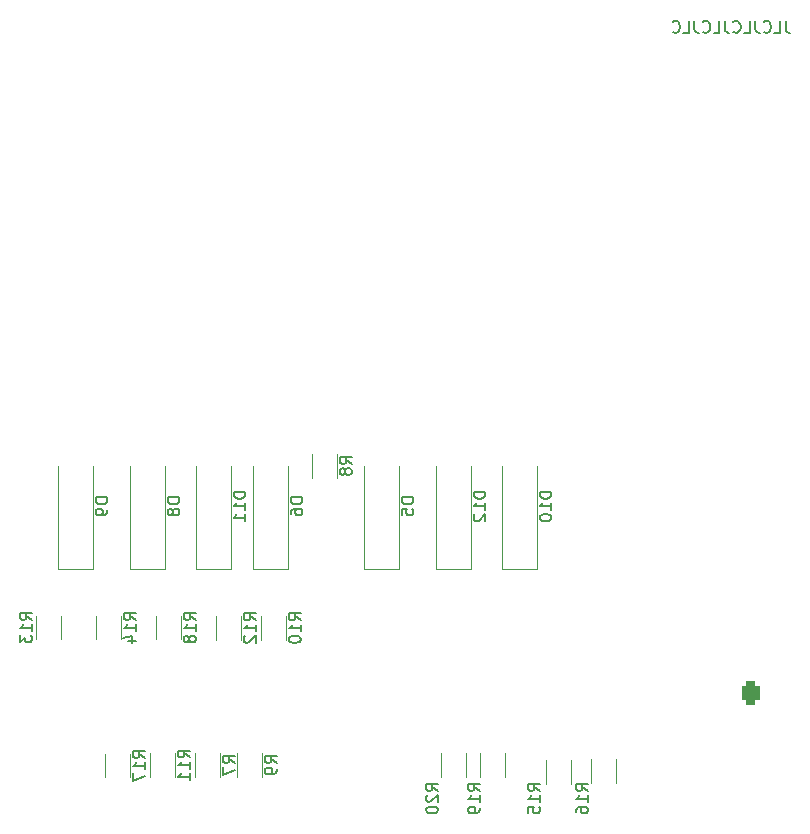
<source format=gbr>
%TF.GenerationSoftware,KiCad,Pcbnew,(6.0.4)*%
%TF.CreationDate,2022-04-21T00:14:10+02:00*%
%TF.ProjectId,BoostController,426f6f73-7443-46f6-9e74-726f6c6c6572,rev?*%
%TF.SameCoordinates,Original*%
%TF.FileFunction,Legend,Bot*%
%TF.FilePolarity,Positive*%
%FSLAX46Y46*%
G04 Gerber Fmt 4.6, Leading zero omitted, Abs format (unit mm)*
G04 Created by KiCad (PCBNEW (6.0.4)) date 2022-04-21 00:14:10*
%MOMM*%
%LPD*%
G01*
G04 APERTURE LIST*
G04 Aperture macros list*
%AMRoundRect*
0 Rectangle with rounded corners*
0 $1 Rounding radius*
0 $2 $3 $4 $5 $6 $7 $8 $9 X,Y pos of 4 corners*
0 Add a 4 corners polygon primitive as box body*
4,1,4,$2,$3,$4,$5,$6,$7,$8,$9,$2,$3,0*
0 Add four circle primitives for the rounded corners*
1,1,$1+$1,$2,$3*
1,1,$1+$1,$4,$5*
1,1,$1+$1,$6,$7*
1,1,$1+$1,$8,$9*
0 Add four rect primitives between the rounded corners*
20,1,$1+$1,$2,$3,$4,$5,0*
20,1,$1+$1,$4,$5,$6,$7,0*
20,1,$1+$1,$6,$7,$8,$9,0*
20,1,$1+$1,$8,$9,$2,$3,0*%
G04 Aperture macros list end*
%ADD10C,0.150000*%
%ADD11C,0.120000*%
%ADD12R,1.700000X1.700000*%
%ADD13C,1.700000*%
%ADD14R,1.750000X1.750000*%
%ADD15C,1.750000*%
%ADD16R,2.400000X2.400000*%
%ADD17O,2.400000X2.400000*%
%ADD18C,1.524000*%
%ADD19R,1.800000X1.800000*%
%ADD20O,1.800000X1.800000*%
%ADD21R,2.200000X2.200000*%
%ADD22O,2.200000X2.200000*%
%ADD23RoundRect,0.381000X0.381000X0.619000X-0.381000X0.619000X-0.381000X-0.619000X0.381000X-0.619000X0*%
%ADD24O,1.524000X2.000000*%
%ADD25O,1.700000X1.700000*%
%ADD26R,2.700000X3.500000*%
%ADD27R,1.700000X2.000000*%
G04 APERTURE END LIST*
D10*
X137080095Y-46950380D02*
X137080095Y-47664666D01*
X137127714Y-47807523D01*
X137222952Y-47902761D01*
X137365809Y-47950380D01*
X137461047Y-47950380D01*
X136127714Y-47950380D02*
X136603904Y-47950380D01*
X136603904Y-46950380D01*
X135222952Y-47855142D02*
X135270571Y-47902761D01*
X135413428Y-47950380D01*
X135508666Y-47950380D01*
X135651523Y-47902761D01*
X135746761Y-47807523D01*
X135794380Y-47712285D01*
X135842000Y-47521809D01*
X135842000Y-47378952D01*
X135794380Y-47188476D01*
X135746761Y-47093238D01*
X135651523Y-46998000D01*
X135508666Y-46950380D01*
X135413428Y-46950380D01*
X135270571Y-46998000D01*
X135222952Y-47045619D01*
X134508666Y-46950380D02*
X134508666Y-47664666D01*
X134556285Y-47807523D01*
X134651523Y-47902761D01*
X134794380Y-47950380D01*
X134889619Y-47950380D01*
X133556285Y-47950380D02*
X134032476Y-47950380D01*
X134032476Y-46950380D01*
X132651523Y-47855142D02*
X132699142Y-47902761D01*
X132842000Y-47950380D01*
X132937238Y-47950380D01*
X133080095Y-47902761D01*
X133175333Y-47807523D01*
X133222952Y-47712285D01*
X133270571Y-47521809D01*
X133270571Y-47378952D01*
X133222952Y-47188476D01*
X133175333Y-47093238D01*
X133080095Y-46998000D01*
X132937238Y-46950380D01*
X132842000Y-46950380D01*
X132699142Y-46998000D01*
X132651523Y-47045619D01*
X131937238Y-46950380D02*
X131937238Y-47664666D01*
X131984857Y-47807523D01*
X132080095Y-47902761D01*
X132222952Y-47950380D01*
X132318190Y-47950380D01*
X130984857Y-47950380D02*
X131461047Y-47950380D01*
X131461047Y-46950380D01*
X130080095Y-47855142D02*
X130127714Y-47902761D01*
X130270571Y-47950380D01*
X130365809Y-47950380D01*
X130508666Y-47902761D01*
X130603904Y-47807523D01*
X130651523Y-47712285D01*
X130699142Y-47521809D01*
X130699142Y-47378952D01*
X130651523Y-47188476D01*
X130603904Y-47093238D01*
X130508666Y-46998000D01*
X130365809Y-46950380D01*
X130270571Y-46950380D01*
X130127714Y-46998000D01*
X130080095Y-47045619D01*
X129365809Y-46950380D02*
X129365809Y-47664666D01*
X129413428Y-47807523D01*
X129508666Y-47902761D01*
X129651523Y-47950380D01*
X129746761Y-47950380D01*
X128413428Y-47950380D02*
X128889619Y-47950380D01*
X128889619Y-46950380D01*
X127508666Y-47855142D02*
X127556285Y-47902761D01*
X127699142Y-47950380D01*
X127794380Y-47950380D01*
X127937238Y-47902761D01*
X128032476Y-47807523D01*
X128080095Y-47712285D01*
X128127714Y-47521809D01*
X128127714Y-47378952D01*
X128080095Y-47188476D01*
X128032476Y-47093238D01*
X127937238Y-46998000D01*
X127794380Y-46950380D01*
X127699142Y-46950380D01*
X127556285Y-46998000D01*
X127508666Y-47045619D01*
%TO.C,D5*%
X105572380Y-87301904D02*
X104572380Y-87301904D01*
X104572380Y-87540000D01*
X104620000Y-87682857D01*
X104715238Y-87778095D01*
X104810476Y-87825714D01*
X105000952Y-87873333D01*
X105143809Y-87873333D01*
X105334285Y-87825714D01*
X105429523Y-87778095D01*
X105524761Y-87682857D01*
X105572380Y-87540000D01*
X105572380Y-87301904D01*
X104572380Y-88778095D02*
X104572380Y-88301904D01*
X105048571Y-88254285D01*
X105000952Y-88301904D01*
X104953333Y-88397142D01*
X104953333Y-88635238D01*
X105000952Y-88730476D01*
X105048571Y-88778095D01*
X105143809Y-88825714D01*
X105381904Y-88825714D01*
X105477142Y-88778095D01*
X105524761Y-88730476D01*
X105572380Y-88635238D01*
X105572380Y-88397142D01*
X105524761Y-88301904D01*
X105477142Y-88254285D01*
%TO.C,D6*%
X96174380Y-87301904D02*
X95174380Y-87301904D01*
X95174380Y-87540000D01*
X95222000Y-87682857D01*
X95317238Y-87778095D01*
X95412476Y-87825714D01*
X95602952Y-87873333D01*
X95745809Y-87873333D01*
X95936285Y-87825714D01*
X96031523Y-87778095D01*
X96126761Y-87682857D01*
X96174380Y-87540000D01*
X96174380Y-87301904D01*
X95174380Y-88730476D02*
X95174380Y-88540000D01*
X95222000Y-88444761D01*
X95269619Y-88397142D01*
X95412476Y-88301904D01*
X95602952Y-88254285D01*
X95983904Y-88254285D01*
X96079142Y-88301904D01*
X96126761Y-88349523D01*
X96174380Y-88444761D01*
X96174380Y-88635238D01*
X96126761Y-88730476D01*
X96079142Y-88778095D01*
X95983904Y-88825714D01*
X95745809Y-88825714D01*
X95650571Y-88778095D01*
X95602952Y-88730476D01*
X95555333Y-88635238D01*
X95555333Y-88444761D01*
X95602952Y-88349523D01*
X95650571Y-88301904D01*
X95745809Y-88254285D01*
%TO.C,D8*%
X85760380Y-87301904D02*
X84760380Y-87301904D01*
X84760380Y-87540000D01*
X84808000Y-87682857D01*
X84903238Y-87778095D01*
X84998476Y-87825714D01*
X85188952Y-87873333D01*
X85331809Y-87873333D01*
X85522285Y-87825714D01*
X85617523Y-87778095D01*
X85712761Y-87682857D01*
X85760380Y-87540000D01*
X85760380Y-87301904D01*
X85188952Y-88444761D02*
X85141333Y-88349523D01*
X85093714Y-88301904D01*
X84998476Y-88254285D01*
X84950857Y-88254285D01*
X84855619Y-88301904D01*
X84808000Y-88349523D01*
X84760380Y-88444761D01*
X84760380Y-88635238D01*
X84808000Y-88730476D01*
X84855619Y-88778095D01*
X84950857Y-88825714D01*
X84998476Y-88825714D01*
X85093714Y-88778095D01*
X85141333Y-88730476D01*
X85188952Y-88635238D01*
X85188952Y-88444761D01*
X85236571Y-88349523D01*
X85284190Y-88301904D01*
X85379428Y-88254285D01*
X85569904Y-88254285D01*
X85665142Y-88301904D01*
X85712761Y-88349523D01*
X85760380Y-88444761D01*
X85760380Y-88635238D01*
X85712761Y-88730476D01*
X85665142Y-88778095D01*
X85569904Y-88825714D01*
X85379428Y-88825714D01*
X85284190Y-88778095D01*
X85236571Y-88730476D01*
X85188952Y-88635238D01*
%TO.C,D9*%
X79664380Y-87301904D02*
X78664380Y-87301904D01*
X78664380Y-87540000D01*
X78712000Y-87682857D01*
X78807238Y-87778095D01*
X78902476Y-87825714D01*
X79092952Y-87873333D01*
X79235809Y-87873333D01*
X79426285Y-87825714D01*
X79521523Y-87778095D01*
X79616761Y-87682857D01*
X79664380Y-87540000D01*
X79664380Y-87301904D01*
X79664380Y-88349523D02*
X79664380Y-88540000D01*
X79616761Y-88635238D01*
X79569142Y-88682857D01*
X79426285Y-88778095D01*
X79235809Y-88825714D01*
X78854857Y-88825714D01*
X78759619Y-88778095D01*
X78712000Y-88730476D01*
X78664380Y-88635238D01*
X78664380Y-88444761D01*
X78712000Y-88349523D01*
X78759619Y-88301904D01*
X78854857Y-88254285D01*
X79092952Y-88254285D01*
X79188190Y-88301904D01*
X79235809Y-88349523D01*
X79283428Y-88444761D01*
X79283428Y-88635238D01*
X79235809Y-88730476D01*
X79188190Y-88778095D01*
X79092952Y-88825714D01*
%TO.C,D10*%
X117256380Y-86825714D02*
X116256380Y-86825714D01*
X116256380Y-87063809D01*
X116304000Y-87206666D01*
X116399238Y-87301904D01*
X116494476Y-87349523D01*
X116684952Y-87397142D01*
X116827809Y-87397142D01*
X117018285Y-87349523D01*
X117113523Y-87301904D01*
X117208761Y-87206666D01*
X117256380Y-87063809D01*
X117256380Y-86825714D01*
X117256380Y-88349523D02*
X117256380Y-87778095D01*
X117256380Y-88063809D02*
X116256380Y-88063809D01*
X116399238Y-87968571D01*
X116494476Y-87873333D01*
X116542095Y-87778095D01*
X116256380Y-88968571D02*
X116256380Y-89063809D01*
X116304000Y-89159047D01*
X116351619Y-89206666D01*
X116446857Y-89254285D01*
X116637333Y-89301904D01*
X116875428Y-89301904D01*
X117065904Y-89254285D01*
X117161142Y-89206666D01*
X117208761Y-89159047D01*
X117256380Y-89063809D01*
X117256380Y-88968571D01*
X117208761Y-88873333D01*
X117161142Y-88825714D01*
X117065904Y-88778095D01*
X116875428Y-88730476D01*
X116637333Y-88730476D01*
X116446857Y-88778095D01*
X116351619Y-88825714D01*
X116304000Y-88873333D01*
X116256380Y-88968571D01*
%TO.C,D11*%
X91348380Y-86825714D02*
X90348380Y-86825714D01*
X90348380Y-87063809D01*
X90396000Y-87206666D01*
X90491238Y-87301904D01*
X90586476Y-87349523D01*
X90776952Y-87397142D01*
X90919809Y-87397142D01*
X91110285Y-87349523D01*
X91205523Y-87301904D01*
X91300761Y-87206666D01*
X91348380Y-87063809D01*
X91348380Y-86825714D01*
X91348380Y-88349523D02*
X91348380Y-87778095D01*
X91348380Y-88063809D02*
X90348380Y-88063809D01*
X90491238Y-87968571D01*
X90586476Y-87873333D01*
X90634095Y-87778095D01*
X91348380Y-89301904D02*
X91348380Y-88730476D01*
X91348380Y-89016190D02*
X90348380Y-89016190D01*
X90491238Y-88920952D01*
X90586476Y-88825714D01*
X90634095Y-88730476D01*
%TO.C,D12*%
X111668380Y-86825714D02*
X110668380Y-86825714D01*
X110668380Y-87063809D01*
X110716000Y-87206666D01*
X110811238Y-87301904D01*
X110906476Y-87349523D01*
X111096952Y-87397142D01*
X111239809Y-87397142D01*
X111430285Y-87349523D01*
X111525523Y-87301904D01*
X111620761Y-87206666D01*
X111668380Y-87063809D01*
X111668380Y-86825714D01*
X111668380Y-88349523D02*
X111668380Y-87778095D01*
X111668380Y-88063809D02*
X110668380Y-88063809D01*
X110811238Y-87968571D01*
X110906476Y-87873333D01*
X110954095Y-87778095D01*
X110763619Y-88730476D02*
X110716000Y-88778095D01*
X110668380Y-88873333D01*
X110668380Y-89111428D01*
X110716000Y-89206666D01*
X110763619Y-89254285D01*
X110858857Y-89301904D01*
X110954095Y-89301904D01*
X111096952Y-89254285D01*
X111668380Y-88682857D01*
X111668380Y-89301904D01*
%TO.C,R7*%
X90440380Y-109783333D02*
X89964190Y-109450000D01*
X90440380Y-109211904D02*
X89440380Y-109211904D01*
X89440380Y-109592857D01*
X89488000Y-109688095D01*
X89535619Y-109735714D01*
X89630857Y-109783333D01*
X89773714Y-109783333D01*
X89868952Y-109735714D01*
X89916571Y-109688095D01*
X89964190Y-109592857D01*
X89964190Y-109211904D01*
X89440380Y-110116666D02*
X89440380Y-110783333D01*
X90440380Y-110354761D01*
%TO.C,R8*%
X100346380Y-84447333D02*
X99870190Y-84114000D01*
X100346380Y-83875904D02*
X99346380Y-83875904D01*
X99346380Y-84256857D01*
X99394000Y-84352095D01*
X99441619Y-84399714D01*
X99536857Y-84447333D01*
X99679714Y-84447333D01*
X99774952Y-84399714D01*
X99822571Y-84352095D01*
X99870190Y-84256857D01*
X99870190Y-83875904D01*
X99774952Y-85018761D02*
X99727333Y-84923523D01*
X99679714Y-84875904D01*
X99584476Y-84828285D01*
X99536857Y-84828285D01*
X99441619Y-84875904D01*
X99394000Y-84923523D01*
X99346380Y-85018761D01*
X99346380Y-85209238D01*
X99394000Y-85304476D01*
X99441619Y-85352095D01*
X99536857Y-85399714D01*
X99584476Y-85399714D01*
X99679714Y-85352095D01*
X99727333Y-85304476D01*
X99774952Y-85209238D01*
X99774952Y-85018761D01*
X99822571Y-84923523D01*
X99870190Y-84875904D01*
X99965428Y-84828285D01*
X100155904Y-84828285D01*
X100251142Y-84875904D01*
X100298761Y-84923523D01*
X100346380Y-85018761D01*
X100346380Y-85209238D01*
X100298761Y-85304476D01*
X100251142Y-85352095D01*
X100155904Y-85399714D01*
X99965428Y-85399714D01*
X99870190Y-85352095D01*
X99822571Y-85304476D01*
X99774952Y-85209238D01*
%TO.C,R9*%
X93996380Y-109783333D02*
X93520190Y-109450000D01*
X93996380Y-109211904D02*
X92996380Y-109211904D01*
X92996380Y-109592857D01*
X93044000Y-109688095D01*
X93091619Y-109735714D01*
X93186857Y-109783333D01*
X93329714Y-109783333D01*
X93424952Y-109735714D01*
X93472571Y-109688095D01*
X93520190Y-109592857D01*
X93520190Y-109211904D01*
X93996380Y-110259523D02*
X93996380Y-110450000D01*
X93948761Y-110545238D01*
X93901142Y-110592857D01*
X93758285Y-110688095D01*
X93567809Y-110735714D01*
X93186857Y-110735714D01*
X93091619Y-110688095D01*
X93044000Y-110640476D01*
X92996380Y-110545238D01*
X92996380Y-110354761D01*
X93044000Y-110259523D01*
X93091619Y-110211904D01*
X93186857Y-110164285D01*
X93424952Y-110164285D01*
X93520190Y-110211904D01*
X93567809Y-110259523D01*
X93615428Y-110354761D01*
X93615428Y-110545238D01*
X93567809Y-110640476D01*
X93520190Y-110688095D01*
X93424952Y-110735714D01*
%TO.C,R10*%
X96028380Y-97687142D02*
X95552190Y-97353809D01*
X96028380Y-97115714D02*
X95028380Y-97115714D01*
X95028380Y-97496666D01*
X95076000Y-97591904D01*
X95123619Y-97639523D01*
X95218857Y-97687142D01*
X95361714Y-97687142D01*
X95456952Y-97639523D01*
X95504571Y-97591904D01*
X95552190Y-97496666D01*
X95552190Y-97115714D01*
X96028380Y-98639523D02*
X96028380Y-98068095D01*
X96028380Y-98353809D02*
X95028380Y-98353809D01*
X95171238Y-98258571D01*
X95266476Y-98163333D01*
X95314095Y-98068095D01*
X95028380Y-99258571D02*
X95028380Y-99353809D01*
X95076000Y-99449047D01*
X95123619Y-99496666D01*
X95218857Y-99544285D01*
X95409333Y-99591904D01*
X95647428Y-99591904D01*
X95837904Y-99544285D01*
X95933142Y-99496666D01*
X95980761Y-99449047D01*
X96028380Y-99353809D01*
X96028380Y-99258571D01*
X95980761Y-99163333D01*
X95933142Y-99115714D01*
X95837904Y-99068095D01*
X95647428Y-99020476D01*
X95409333Y-99020476D01*
X95218857Y-99068095D01*
X95123619Y-99115714D01*
X95076000Y-99163333D01*
X95028380Y-99258571D01*
%TO.C,R12*%
X92218380Y-97687142D02*
X91742190Y-97353809D01*
X92218380Y-97115714D02*
X91218380Y-97115714D01*
X91218380Y-97496666D01*
X91266000Y-97591904D01*
X91313619Y-97639523D01*
X91408857Y-97687142D01*
X91551714Y-97687142D01*
X91646952Y-97639523D01*
X91694571Y-97591904D01*
X91742190Y-97496666D01*
X91742190Y-97115714D01*
X92218380Y-98639523D02*
X92218380Y-98068095D01*
X92218380Y-98353809D02*
X91218380Y-98353809D01*
X91361238Y-98258571D01*
X91456476Y-98163333D01*
X91504095Y-98068095D01*
X91313619Y-99020476D02*
X91266000Y-99068095D01*
X91218380Y-99163333D01*
X91218380Y-99401428D01*
X91266000Y-99496666D01*
X91313619Y-99544285D01*
X91408857Y-99591904D01*
X91504095Y-99591904D01*
X91646952Y-99544285D01*
X92218380Y-98972857D01*
X92218380Y-99591904D01*
%TO.C,R13*%
X73278380Y-97655142D02*
X72802190Y-97321809D01*
X73278380Y-97083714D02*
X72278380Y-97083714D01*
X72278380Y-97464666D01*
X72326000Y-97559904D01*
X72373619Y-97607523D01*
X72468857Y-97655142D01*
X72611714Y-97655142D01*
X72706952Y-97607523D01*
X72754571Y-97559904D01*
X72802190Y-97464666D01*
X72802190Y-97083714D01*
X73278380Y-98607523D02*
X73278380Y-98036095D01*
X73278380Y-98321809D02*
X72278380Y-98321809D01*
X72421238Y-98226571D01*
X72516476Y-98131333D01*
X72564095Y-98036095D01*
X72278380Y-98940857D02*
X72278380Y-99559904D01*
X72659333Y-99226571D01*
X72659333Y-99369428D01*
X72706952Y-99464666D01*
X72754571Y-99512285D01*
X72849809Y-99559904D01*
X73087904Y-99559904D01*
X73183142Y-99512285D01*
X73230761Y-99464666D01*
X73278380Y-99369428D01*
X73278380Y-99083714D01*
X73230761Y-98988476D01*
X73183142Y-98940857D01*
%TO.C,R14*%
X82058380Y-97655142D02*
X81582190Y-97321809D01*
X82058380Y-97083714D02*
X81058380Y-97083714D01*
X81058380Y-97464666D01*
X81106000Y-97559904D01*
X81153619Y-97607523D01*
X81248857Y-97655142D01*
X81391714Y-97655142D01*
X81486952Y-97607523D01*
X81534571Y-97559904D01*
X81582190Y-97464666D01*
X81582190Y-97083714D01*
X82058380Y-98607523D02*
X82058380Y-98036095D01*
X82058380Y-98321809D02*
X81058380Y-98321809D01*
X81201238Y-98226571D01*
X81296476Y-98131333D01*
X81344095Y-98036095D01*
X81391714Y-99464666D02*
X82058380Y-99464666D01*
X81010761Y-99226571D02*
X81725047Y-98988476D01*
X81725047Y-99607523D01*
%TO.C,R15*%
X116276380Y-112133142D02*
X115800190Y-111799809D01*
X116276380Y-111561714D02*
X115276380Y-111561714D01*
X115276380Y-111942666D01*
X115324000Y-112037904D01*
X115371619Y-112085523D01*
X115466857Y-112133142D01*
X115609714Y-112133142D01*
X115704952Y-112085523D01*
X115752571Y-112037904D01*
X115800190Y-111942666D01*
X115800190Y-111561714D01*
X116276380Y-113085523D02*
X116276380Y-112514095D01*
X116276380Y-112799809D02*
X115276380Y-112799809D01*
X115419238Y-112704571D01*
X115514476Y-112609333D01*
X115562095Y-112514095D01*
X115276380Y-113990285D02*
X115276380Y-113514095D01*
X115752571Y-113466476D01*
X115704952Y-113514095D01*
X115657333Y-113609333D01*
X115657333Y-113847428D01*
X115704952Y-113942666D01*
X115752571Y-113990285D01*
X115847809Y-114037904D01*
X116085904Y-114037904D01*
X116181142Y-113990285D01*
X116228761Y-113942666D01*
X116276380Y-113847428D01*
X116276380Y-113609333D01*
X116228761Y-113514095D01*
X116181142Y-113466476D01*
%TO.C,R16*%
X120340380Y-112133142D02*
X119864190Y-111799809D01*
X120340380Y-111561714D02*
X119340380Y-111561714D01*
X119340380Y-111942666D01*
X119388000Y-112037904D01*
X119435619Y-112085523D01*
X119530857Y-112133142D01*
X119673714Y-112133142D01*
X119768952Y-112085523D01*
X119816571Y-112037904D01*
X119864190Y-111942666D01*
X119864190Y-111561714D01*
X120340380Y-113085523D02*
X120340380Y-112514095D01*
X120340380Y-112799809D02*
X119340380Y-112799809D01*
X119483238Y-112704571D01*
X119578476Y-112609333D01*
X119626095Y-112514095D01*
X119340380Y-113942666D02*
X119340380Y-113752190D01*
X119388000Y-113656952D01*
X119435619Y-113609333D01*
X119578476Y-113514095D01*
X119768952Y-113466476D01*
X120149904Y-113466476D01*
X120245142Y-113514095D01*
X120292761Y-113561714D01*
X120340380Y-113656952D01*
X120340380Y-113847428D01*
X120292761Y-113942666D01*
X120245142Y-113990285D01*
X120149904Y-114037904D01*
X119911809Y-114037904D01*
X119816571Y-113990285D01*
X119768952Y-113942666D01*
X119721333Y-113847428D01*
X119721333Y-113656952D01*
X119768952Y-113561714D01*
X119816571Y-113514095D01*
X119911809Y-113466476D01*
%TO.C,R17*%
X82820380Y-109339142D02*
X82344190Y-109005809D01*
X82820380Y-108767714D02*
X81820380Y-108767714D01*
X81820380Y-109148666D01*
X81868000Y-109243904D01*
X81915619Y-109291523D01*
X82010857Y-109339142D01*
X82153714Y-109339142D01*
X82248952Y-109291523D01*
X82296571Y-109243904D01*
X82344190Y-109148666D01*
X82344190Y-108767714D01*
X82820380Y-110291523D02*
X82820380Y-109720095D01*
X82820380Y-110005809D02*
X81820380Y-110005809D01*
X81963238Y-109910571D01*
X82058476Y-109815333D01*
X82106095Y-109720095D01*
X81820380Y-110624857D02*
X81820380Y-111291523D01*
X82820380Y-110862952D01*
%TO.C,R18*%
X87138380Y-97655142D02*
X86662190Y-97321809D01*
X87138380Y-97083714D02*
X86138380Y-97083714D01*
X86138380Y-97464666D01*
X86186000Y-97559904D01*
X86233619Y-97607523D01*
X86328857Y-97655142D01*
X86471714Y-97655142D01*
X86566952Y-97607523D01*
X86614571Y-97559904D01*
X86662190Y-97464666D01*
X86662190Y-97083714D01*
X87138380Y-98607523D02*
X87138380Y-98036095D01*
X87138380Y-98321809D02*
X86138380Y-98321809D01*
X86281238Y-98226571D01*
X86376476Y-98131333D01*
X86424095Y-98036095D01*
X86566952Y-99178952D02*
X86519333Y-99083714D01*
X86471714Y-99036095D01*
X86376476Y-98988476D01*
X86328857Y-98988476D01*
X86233619Y-99036095D01*
X86186000Y-99083714D01*
X86138380Y-99178952D01*
X86138380Y-99369428D01*
X86186000Y-99464666D01*
X86233619Y-99512285D01*
X86328857Y-99559904D01*
X86376476Y-99559904D01*
X86471714Y-99512285D01*
X86519333Y-99464666D01*
X86566952Y-99369428D01*
X86566952Y-99178952D01*
X86614571Y-99083714D01*
X86662190Y-99036095D01*
X86757428Y-98988476D01*
X86947904Y-98988476D01*
X87043142Y-99036095D01*
X87090761Y-99083714D01*
X87138380Y-99178952D01*
X87138380Y-99369428D01*
X87090761Y-99464666D01*
X87043142Y-99512285D01*
X86947904Y-99559904D01*
X86757428Y-99559904D01*
X86662190Y-99512285D01*
X86614571Y-99464666D01*
X86566952Y-99369428D01*
%TO.C,R19*%
X111196380Y-112133142D02*
X110720190Y-111799809D01*
X111196380Y-111561714D02*
X110196380Y-111561714D01*
X110196380Y-111942666D01*
X110244000Y-112037904D01*
X110291619Y-112085523D01*
X110386857Y-112133142D01*
X110529714Y-112133142D01*
X110624952Y-112085523D01*
X110672571Y-112037904D01*
X110720190Y-111942666D01*
X110720190Y-111561714D01*
X111196380Y-113085523D02*
X111196380Y-112514095D01*
X111196380Y-112799809D02*
X110196380Y-112799809D01*
X110339238Y-112704571D01*
X110434476Y-112609333D01*
X110482095Y-112514095D01*
X111196380Y-113561714D02*
X111196380Y-113752190D01*
X111148761Y-113847428D01*
X111101142Y-113895047D01*
X110958285Y-113990285D01*
X110767809Y-114037904D01*
X110386857Y-114037904D01*
X110291619Y-113990285D01*
X110244000Y-113942666D01*
X110196380Y-113847428D01*
X110196380Y-113656952D01*
X110244000Y-113561714D01*
X110291619Y-113514095D01*
X110386857Y-113466476D01*
X110624952Y-113466476D01*
X110720190Y-113514095D01*
X110767809Y-113561714D01*
X110815428Y-113656952D01*
X110815428Y-113847428D01*
X110767809Y-113942666D01*
X110720190Y-113990285D01*
X110624952Y-114037904D01*
%TO.C,R20*%
X107640380Y-112133142D02*
X107164190Y-111799809D01*
X107640380Y-111561714D02*
X106640380Y-111561714D01*
X106640380Y-111942666D01*
X106688000Y-112037904D01*
X106735619Y-112085523D01*
X106830857Y-112133142D01*
X106973714Y-112133142D01*
X107068952Y-112085523D01*
X107116571Y-112037904D01*
X107164190Y-111942666D01*
X107164190Y-111561714D01*
X106735619Y-112514095D02*
X106688000Y-112561714D01*
X106640380Y-112656952D01*
X106640380Y-112895047D01*
X106688000Y-112990285D01*
X106735619Y-113037904D01*
X106830857Y-113085523D01*
X106926095Y-113085523D01*
X107068952Y-113037904D01*
X107640380Y-112466476D01*
X107640380Y-113085523D01*
X106640380Y-113704571D02*
X106640380Y-113799809D01*
X106688000Y-113895047D01*
X106735619Y-113942666D01*
X106830857Y-113990285D01*
X107021333Y-114037904D01*
X107259428Y-114037904D01*
X107449904Y-113990285D01*
X107545142Y-113942666D01*
X107592761Y-113895047D01*
X107640380Y-113799809D01*
X107640380Y-113704571D01*
X107592761Y-113609333D01*
X107545142Y-113561714D01*
X107449904Y-113514095D01*
X107259428Y-113466476D01*
X107021333Y-113466476D01*
X106830857Y-113514095D01*
X106735619Y-113561714D01*
X106688000Y-113609333D01*
X106640380Y-113704571D01*
%TO.C,R11*%
X86630380Y-109307142D02*
X86154190Y-108973809D01*
X86630380Y-108735714D02*
X85630380Y-108735714D01*
X85630380Y-109116666D01*
X85678000Y-109211904D01*
X85725619Y-109259523D01*
X85820857Y-109307142D01*
X85963714Y-109307142D01*
X86058952Y-109259523D01*
X86106571Y-109211904D01*
X86154190Y-109116666D01*
X86154190Y-108735714D01*
X86630380Y-110259523D02*
X86630380Y-109688095D01*
X86630380Y-109973809D02*
X85630380Y-109973809D01*
X85773238Y-109878571D01*
X85868476Y-109783333D01*
X85916095Y-109688095D01*
X86630380Y-111211904D02*
X86630380Y-110640476D01*
X86630380Y-110926190D02*
X85630380Y-110926190D01*
X85773238Y-110830952D01*
X85868476Y-110735714D01*
X85916095Y-110640476D01*
D11*
%TO.C,D5*%
X104370000Y-84640000D02*
X104370000Y-93340000D01*
X101370000Y-93340000D02*
X101370000Y-84640000D01*
X104370000Y-93340000D02*
X101370000Y-93340000D01*
%TO.C,D6*%
X94972000Y-93340000D02*
X91972000Y-93340000D01*
X91972000Y-93340000D02*
X91972000Y-84640000D01*
X94972000Y-84640000D02*
X94972000Y-93340000D01*
%TO.C,D8*%
X84558000Y-84640000D02*
X84558000Y-93340000D01*
X84558000Y-93340000D02*
X81558000Y-93340000D01*
X81558000Y-93340000D02*
X81558000Y-84640000D01*
%TO.C,D9*%
X78462000Y-84640000D02*
X78462000Y-93340000D01*
X78462000Y-93340000D02*
X75462000Y-93340000D01*
X75462000Y-93340000D02*
X75462000Y-84640000D01*
%TO.C,D10*%
X113054000Y-93340000D02*
X113054000Y-84640000D01*
X116054000Y-93340000D02*
X113054000Y-93340000D01*
X116054000Y-84640000D02*
X116054000Y-93340000D01*
%TO.C,D11*%
X87146000Y-93340000D02*
X87146000Y-84640000D01*
X90146000Y-84640000D02*
X90146000Y-93340000D01*
X90146000Y-93340000D02*
X87146000Y-93340000D01*
%TO.C,D12*%
X107466000Y-93340000D02*
X107466000Y-84640000D01*
X110466000Y-84640000D02*
X110466000Y-93340000D01*
X110466000Y-93340000D02*
X107466000Y-93340000D01*
%TO.C,R7*%
X87068000Y-108950000D02*
X87068000Y-110950000D01*
X89208000Y-110950000D02*
X89208000Y-108950000D01*
%TO.C,R8*%
X99114000Y-85614000D02*
X99114000Y-83614000D01*
X96974000Y-83614000D02*
X96974000Y-85614000D01*
%TO.C,R9*%
X90624000Y-108950000D02*
X90624000Y-110950000D01*
X92764000Y-110950000D02*
X92764000Y-108950000D01*
%TO.C,R10*%
X94796000Y-99330000D02*
X94796000Y-97330000D01*
X92656000Y-97330000D02*
X92656000Y-99330000D01*
%TO.C,R12*%
X88846000Y-97330000D02*
X88846000Y-99330000D01*
X90986000Y-99330000D02*
X90986000Y-97330000D01*
%TO.C,R13*%
X73606000Y-97298000D02*
X73606000Y-99298000D01*
X75746000Y-99298000D02*
X75746000Y-97298000D01*
%TO.C,R14*%
X80826000Y-99298000D02*
X80826000Y-97298000D01*
X78686000Y-97298000D02*
X78686000Y-99298000D01*
%TO.C,R15*%
X118926000Y-111522000D02*
X118926000Y-109522000D01*
X116786000Y-109522000D02*
X116786000Y-111522000D01*
%TO.C,R16*%
X122736000Y-111458000D02*
X122736000Y-109458000D01*
X120596000Y-109458000D02*
X120596000Y-111458000D01*
%TO.C,R17*%
X81588000Y-110982000D02*
X81588000Y-108982000D01*
X79448000Y-108982000D02*
X79448000Y-110982000D01*
%TO.C,R18*%
X83766000Y-97298000D02*
X83766000Y-99298000D01*
X85906000Y-99298000D02*
X85906000Y-97298000D01*
%TO.C,R19*%
X111198000Y-108950000D02*
X111198000Y-110950000D01*
X113338000Y-110950000D02*
X113338000Y-108950000D01*
%TO.C,R20*%
X107896000Y-108950000D02*
X107896000Y-110950000D01*
X110036000Y-110950000D02*
X110036000Y-108950000D01*
%TO.C,R11*%
X85398000Y-110950000D02*
X85398000Y-108950000D01*
X83258000Y-108950000D02*
X83258000Y-110950000D01*
%TD*%
%LPC*%
D12*
%TO.C,U1*%
X64770000Y-69342000D03*
D13*
X67310000Y-69342000D03*
X69850000Y-69342000D03*
X72390000Y-69342000D03*
X74930000Y-69342000D03*
X77470000Y-69342000D03*
X80010000Y-69342000D03*
X82550000Y-69342000D03*
X85090000Y-69342000D03*
X87630000Y-69342000D03*
X90170000Y-69342000D03*
X92710000Y-69342000D03*
X95250000Y-69342000D03*
X97790000Y-69342000D03*
X100330000Y-69342000D03*
X102870000Y-69342000D03*
X105410000Y-69342000D03*
X107950000Y-69342000D03*
X110490000Y-69342000D03*
X113030000Y-69342000D03*
X113030000Y-54102000D03*
X110490000Y-54102000D03*
X107950000Y-54102000D03*
X105410000Y-54102000D03*
X102870000Y-54102000D03*
X100330000Y-54102000D03*
X97790000Y-54102000D03*
X95250000Y-54102000D03*
X92710000Y-54102000D03*
X90170000Y-54102000D03*
X87630000Y-54102000D03*
X85090000Y-54102000D03*
X82550000Y-54102000D03*
X80010000Y-54102000D03*
X77470000Y-54102000D03*
X74930000Y-54102000D03*
X72390000Y-54102000D03*
X69850000Y-54102000D03*
X67310000Y-54102000D03*
X64770000Y-54102000D03*
X109220000Y-57912000D03*
X109220000Y-60452000D03*
X109220000Y-62992000D03*
X109220000Y-65532000D03*
%TD*%
D14*
%TO.C,J1*%
X65024000Y-116586000D03*
D15*
X67524000Y-116586000D03*
X70024000Y-116586000D03*
X72524000Y-116586000D03*
X75024000Y-116586000D03*
%TD*%
D14*
%TO.C,J2*%
X82804000Y-116586000D03*
D15*
X85304000Y-116586000D03*
X87804000Y-116586000D03*
X90304000Y-116586000D03*
X92804000Y-116586000D03*
%TD*%
D14*
%TO.C,J3*%
X100330000Y-116586000D03*
D15*
X102830000Y-116586000D03*
X105330000Y-116586000D03*
%TD*%
D14*
%TO.C,J4*%
X112776000Y-116586000D03*
D15*
X115276000Y-116586000D03*
X117776000Y-116586000D03*
X120276000Y-116586000D03*
%TD*%
D14*
%TO.C,J5*%
X127762000Y-116586000D03*
D15*
X130262000Y-116586000D03*
X132762000Y-116586000D03*
%TD*%
D16*
%TO.C,D2*%
X65024000Y-109220000D03*
D17*
X70104000Y-109220000D03*
%TD*%
D18*
%TO.C,U2*%
X72136000Y-103632000D03*
X69596000Y-103632000D03*
X67056000Y-103632000D03*
X64516000Y-103632000D03*
%TD*%
D19*
%TO.C,Q1*%
X99314000Y-96266000D03*
D20*
X99314000Y-98806000D03*
X99314000Y-101346000D03*
%TD*%
D19*
%TO.C,Q2*%
X106426000Y-96266000D03*
D20*
X106426000Y-98806000D03*
X106426000Y-101346000D03*
%TD*%
D21*
%TO.C,D4*%
X105410000Y-107950000D03*
D22*
X105410000Y-110490000D03*
%TD*%
D21*
%TO.C,D3*%
X100330000Y-107950000D03*
D22*
X100330000Y-110490000D03*
%TD*%
D23*
%TO.C,U3*%
X134112000Y-103886000D03*
D24*
X131572000Y-103886000D03*
X129032000Y-103886000D03*
X126492000Y-103886000D03*
X123952000Y-103886000D03*
X121412000Y-103886000D03*
%TD*%
D12*
%TO.C,J7*%
X135128000Y-74422000D03*
D25*
X135128000Y-76962000D03*
X135128000Y-79502000D03*
X135128000Y-82042000D03*
%TD*%
D12*
%TO.C,J6*%
X66294000Y-77216000D03*
%TD*%
D26*
%TO.C,D5*%
X102870000Y-91440000D03*
X102870000Y-84640000D03*
%TD*%
%TO.C,D6*%
X93472000Y-91440000D03*
X93472000Y-84640000D03*
%TD*%
%TO.C,D8*%
X83058000Y-91440000D03*
X83058000Y-84640000D03*
%TD*%
%TO.C,D9*%
X76962000Y-91440000D03*
X76962000Y-84640000D03*
%TD*%
%TO.C,D10*%
X114554000Y-91440000D03*
X114554000Y-84640000D03*
%TD*%
%TO.C,D11*%
X88646000Y-91440000D03*
X88646000Y-84640000D03*
%TD*%
%TO.C,D12*%
X108966000Y-91440000D03*
X108966000Y-84640000D03*
%TD*%
D27*
%TO.C,R7*%
X88138000Y-111950000D03*
X88138000Y-107950000D03*
%TD*%
%TO.C,R8*%
X98044000Y-86614000D03*
X98044000Y-82614000D03*
%TD*%
%TO.C,R9*%
X91694000Y-111950000D03*
X91694000Y-107950000D03*
%TD*%
%TO.C,R10*%
X93726000Y-100330000D03*
X93726000Y-96330000D03*
%TD*%
%TO.C,R12*%
X89916000Y-100330000D03*
X89916000Y-96330000D03*
%TD*%
%TO.C,R13*%
X74676000Y-96298000D03*
X74676000Y-100298000D03*
%TD*%
%TO.C,R14*%
X79756000Y-100298000D03*
X79756000Y-96298000D03*
%TD*%
%TO.C,R15*%
X117856000Y-112522000D03*
X117856000Y-108522000D03*
%TD*%
%TO.C,R16*%
X121666000Y-108458000D03*
X121666000Y-112458000D03*
%TD*%
%TO.C,R17*%
X80518000Y-111982000D03*
X80518000Y-107982000D03*
%TD*%
%TO.C,R18*%
X84836000Y-100298000D03*
X84836000Y-96298000D03*
%TD*%
%TO.C,R19*%
X112268000Y-111950000D03*
X112268000Y-107950000D03*
%TD*%
%TO.C,R20*%
X108966000Y-107950000D03*
X108966000Y-111950000D03*
%TD*%
%TO.C,R11*%
X84328000Y-111950000D03*
X84328000Y-107950000D03*
%TD*%
M02*

</source>
